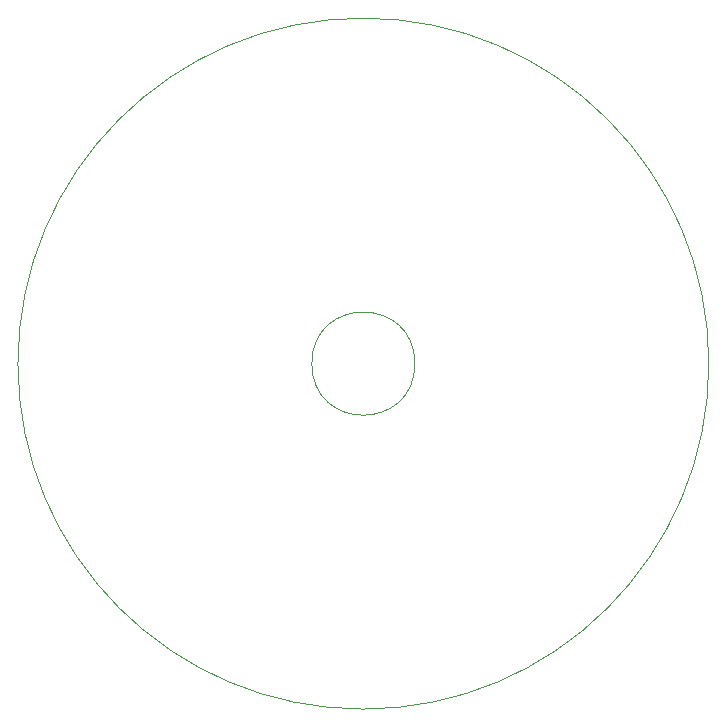
<source format=gbr>
%FSLAX46Y46*%
G04 Gerber Fmt 4.6, Leading zero omitted, Abs format (unit mm)*
G04 Created by KiCad (PCBNEW (2014-jul-16 BZR unknown)-product) date Tue 19 Aug 2014 14:32:49 CST*
%MOMM*%
G01*
G04 APERTURE LIST*
%ADD10C,0.150000*%
%ADD11C,0.100000*%
G04 APERTURE END LIST*
D10*
D11*
X229250000Y-100000000D02*
G75*
G03X229250000Y-100000000I-29250000J0D01*
G74*
G01*
X204366062Y-100000000D02*
G75*
G03X204366062Y-100000000I-4366062J0D01*
G74*
G01*
M02*

</source>
